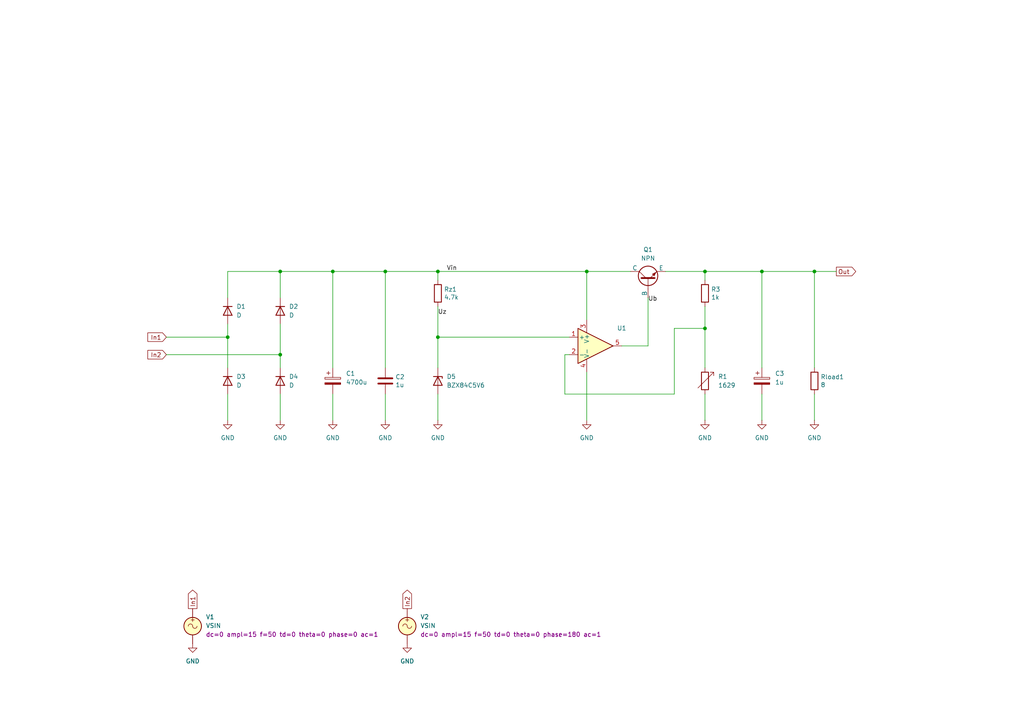
<source format=kicad_sch>
(kicad_sch (version 20250114) (generator "eeschema") (generator_version "9.0")
  (paper "A4")
  (title_block (title "Rectifier with 4 diodes, OPamp and NPN passtransistor") (date "2025-09-13") (company "GitHub/OJStuff"))
  (lib_symbols
    (symbol "Device:C" (pin_numbers (hide yes)) (pin_names (offset 0.254))
      (property "Reference" "C" (at 0.635 2.54 0))
      (property "Value" "C" (at 0.635 -2.54 0))
      (symbol "C_0_1"
        (polyline (pts (xy -2.032 0.762) (xy 2.032 0.762)) (stroke (width 0.508)))
        (polyline (pts (xy -2.032 -0.762) (xy 2.032 -0.762)) (stroke (width 0.508)))
      )
      (symbol "C_1_1"
        (pin passive line (at 0 3.81 270) (length 2.794) (name "~") (number "1"))
        (pin passive line (at 0 -3.81 90) (length 2.794) (name "~") (number "2"))
      )
    )
    (symbol "Device:C_Polarized" (pin_numbers (hide yes)) (pin_names (offset 0.254))
      (property "Reference" "C" (at 0.635 2.54 0))
      (property "Value" "C_Polarized" (at 0.635 -2.54 0))
      (symbol "C_Polarized_0_1"
        (rectangle (start -2.286 0.508) (end 2.286 1.016))
        (polyline (pts (xy -1.778 2.286) (xy -0.762 2.286)))
        (polyline (pts (xy -1.27 2.794) (xy -1.27 1.778)))
        (rectangle (start 2.286 -0.508) (end -2.286 -1.016) (fill (type outline)))
      )
      (symbol "C_Polarized_1_1"
        (pin passive line (at 0 3.81 270) (length 2.794) (name "~") (number "1"))
        (pin passive line (at 0 -3.81 90) (length 2.794) (name "~") (number "2"))
      )
    )
    (symbol "Device:D" (pin_numbers (hide yes)) (pin_names (offset 1.016) (hide yes))
      (property "Reference" "D" (at 0 2.54 0))
      (property "Value" "D" (at 0 -2.54 0))
      (symbol "D_0_1"
        (polyline (pts (xy -1.27 1.27) (xy -1.27 -1.27)) (stroke (width 0.254)))
        (polyline (pts (xy 1.27 1.27) (xy 1.27 -1.27) (xy -1.27 0) (xy 1.27 1.27)) (stroke (width 0.254)))
        (polyline (pts (xy 1.27 0) (xy -1.27 0)))
      )
      (symbol "D_1_1"
        (pin passive line (at -3.81 0 0) (length 2.54) (name "K") (number "1"))
        (pin passive line (at 3.81 0 180) (length 2.54) (name "A") (number "2"))
      )
    )
    (symbol "Device:D_Zener" (pin_numbers (hide yes)) (pin_names (offset 1.016) (hide yes))
      (property "Reference" "D" (at 0 2.54 0))
      (property "Value" "D_Zener" (at 0 -2.54 0))
      (symbol "D_Zener_0_1"
        (polyline (pts (xy -1.27 -1.27) (xy -1.27 1.27) (xy -0.762 1.27)) (stroke (width 0.254)))
        (polyline (pts (xy 1.27 0) (xy -1.27 0)))
        (polyline (pts (xy 1.27 -1.27) (xy 1.27 1.27) (xy -1.27 0) (xy 1.27 -1.27)) (stroke (width 0.254)))
      )
      (symbol "D_Zener_1_1"
        (pin passive line (at -3.81 0 0) (length 2.54) (name "K") (number "1"))
        (pin passive line (at 3.81 0 180) (length 2.54) (name "A") (number "2"))
      )
    )
    (symbol "Device:R" (pin_numbers (hide yes)) (pin_names (offset 0))
      (property "Reference" "R" (at 2.032 0 90))
      (property "Value" "R" (at 0 0 90))
      (symbol "R_0_1"
        (rectangle (start -1.016 -2.54) (end 1.016 2.54) (stroke (width 0.254)))
      )
      (symbol "R_1_1"
        (pin passive line (at 0 3.81 270) (length 1.27) (name "~") (number "1"))
        (pin passive line (at 0 -3.81 90) (length 1.27) (name "~") (number "2"))
      )
    )
    (symbol "Device:R_Variable" (pin_numbers (hide yes)) (pin_names (offset 0))
      (property "Reference" "R" (at 2.54 -2.54 90))
      (property "Value" "R_Variable" (at -2.54 -1.27 90))
      (symbol "R_Variable_0_1"
        (rectangle (start -1.016 -2.54) (end 1.016 2.54) (stroke (width 0.254)))
        (polyline (pts (xy 2.54 1.524) (xy 2.54 2.54) (xy 1.524 2.54) (xy 2.54 2.54) (xy -2.032 -2.032)))
      )
      (symbol "R_Variable_1_1"
        (pin passive line (at 0 3.81 270) (length 1.27) (name "~") (number "1"))
        (pin passive line (at 0 -3.81 90) (length 1.27) (name "~") (number "2"))
      )
    )
    (symbol "GND_1" (power) (pin_numbers (hide yes)) (pin_names (offset 0) (hide yes))
      (property "Value" "GND" (at 0 -3.81 0))
      (symbol "GND_1_0_1"
        (polyline (pts (xy 0 0) (xy 0 -1.27) (xy 1.27 -1.27) (xy 0 -2.54) (xy -1.27 -1.27) (xy 0 -1.27)))
      )
      (symbol "GND_1_1_1"
        (pin power_in line (at 0 0 270) (length 0) (name "~") (number "1"))
      )
    )
    (symbol "Simulation_SPICE:NPN" (pin_numbers (hide yes)) (pin_names (offset 0))
      (property "Reference" "Q" (at -2.54 7.62 0))
      (property "Value" "NPN" (at -2.54 5.08 0))
      (symbol "NPN_0_1"
        (polyline (pts (xy -2.54 0) (xy 0.635 0)) (stroke (width 0.1524)))
        (polyline (pts (xy 0.635 1.905) (xy 0.635 -1.905) (xy 0.635 -1.905)) (stroke (width 0.508)))
        (polyline (pts (xy 0.635 0.635) (xy 2.54 2.54)))
        (polyline (pts (xy 0.635 -0.635) (xy 2.54 -2.54) (xy 2.54 -2.54)))
        (circle (center 1.27 0) (radius 2.8194) (stroke (width 0.254)))
        (polyline (pts (xy 1.27 -1.778) (xy 1.778 -1.27) (xy 2.286 -2.286) (xy 1.27 -1.778) (xy 1.27 -1.778)) (fill (type outline)))
        (polyline (pts (xy 2.794 -1.27) (xy 2.794 -1.27)) (stroke (width 0.1524)))
        (polyline (pts (xy 2.794 -1.27) (xy 2.794 -1.27)) (stroke (width 0.1524)))
      )
      (symbol "NPN_1_1"
        (pin input line (at -5.08 0 0) (length 2.54) (name "B") (number "2"))
        (pin open_collector line (at 2.54 5.08 270) (length 2.54) (name "C") (number "1"))
        (pin open_emitter line (at 2.54 -5.08 90) (length 2.54) (name "E") (number "3"))
      )
    )
    (symbol "Simulation_SPICE:OPAMP" (pin_names (offset 0.254))
      (property "Reference" "U" (at 3.81 3.175 0))
      (property "Value" "${SIM.PARAMS}" (at 3.81 -3.175 0))
      (symbol "OPAMP_0_1"
        (polyline (pts (xy 5.08 0) (xy -5.08 5.08) (xy -5.08 -5.08) (xy 5.08 0)) (stroke (width 0.254)) (fill (type background)))
      )
      (symbol "OPAMP_1_1"
        (pin input line (at -7.62 2.54 0) (length 2.54) (name "+") (number "1"))
        (pin input line (at -7.62 -2.54 0) (length 2.54) (name "-") (number "2"))
        (pin power_in line (at -2.54 7.62 270) (length 3.81) (name "V+") (number "3"))
        (pin power_in line (at -2.54 -7.62 90) (length 3.81) (name "V-") (number "4"))
        (pin output line (at 7.62 0 180) (length 2.54) (name "~") (number "5"))
      )
    )
    (symbol "VSIN_1" (pin_numbers (hide yes)) (pin_names (offset 0.0254))
      (property "Reference" "V" (at 2.54 2.54 0))
      (property "Value" "VSIN" (at 2.54 0 0))
      (property "Sim.Params" "dc=0 ampl=1 f=1k ac=1" (at 2.54 -2.54 0))
      (symbol "VSIN_1_0_0"
        (arc (start -1.27 0) (mid -0.635 0.6323) (end 0 0))
        (arc (start 1.27 0) (mid 0.635 -0.6323) (end 0 0))
        (text "+" (at 0 1.905 0) (effects (font (size 1.27 1.27))))
      )
      (symbol "VSIN_1_0_1"
        (circle (center 0 0) (radius 2.54) (stroke (width 0.254)) (fill (type background)))
      )
      (symbol "VSIN_1_1_1"
        (pin passive line (at 0 5.08 270) (length 2.54) (name "~") (number "1"))
        (pin passive line (at 0 -5.08 90) (length 2.54) (name "~") (number "2"))
      )
    )
  )
  (junction (at 111.76 78.74))
  (junction (at 81.28 78.74))
  (junction (at 236.22 78.74))
  (junction (at 66.04 97.79))
  (junction (at 204.47 78.74))
  (junction (at 81.28 102.87))
  (junction (at 127 78.74))
  (junction (at 127 97.79))
  (junction (at 170.18 78.74))
  (junction (at 220.98 78.74))
  (junction (at 204.47 95.25))
  (junction (at 96.52 78.74))
  (wire (pts (xy 66.04 114.3) (xy 66.04 121.92)))
  (wire (pts (xy 96.52 114.3) (xy 96.52 121.92)))
  (wire (pts (xy 127 97.79) (xy 127 106.68)))
  (wire (pts (xy 220.98 78.74) (xy 220.98 106.68)))
  (wire (pts (xy 66.04 78.74) (xy 81.28 78.74)))
  (wire (pts (xy 127 114.3) (xy 127 121.92)))
  (wire (pts (xy 236.22 78.74) (xy 242.57 78.74)))
  (wire (pts (xy 163.83 102.87) (xy 165.1 102.87)))
  (wire (pts (xy 81.28 93.98) (xy 81.28 102.87)))
  (wire (pts (xy 187.96 86.36) (xy 187.96 100.33)))
  (wire (pts (xy 204.47 95.25) (xy 204.47 106.68)))
  (wire (pts (xy 193.04 78.74) (xy 204.47 78.74)))
  (wire (pts (xy 163.83 102.87) (xy 163.83 114.3)))
  (wire (pts (xy 96.52 78.74) (xy 96.52 106.68)))
  (wire (pts (xy 204.47 114.3) (xy 204.47 121.92)))
  (wire (pts (xy 81.28 106.68) (xy 81.28 102.87)))
  (wire (pts (xy 127 78.74) (xy 127 81.28)))
  (wire (pts (xy 127 97.79) (xy 165.1 97.79)))
  (wire (pts (xy 48.26 102.87) (xy 81.28 102.87)))
  (wire (pts (xy 111.76 114.3) (xy 111.76 121.92)))
  (wire (pts (xy 81.28 114.3) (xy 81.28 121.92)))
  (wire (pts (xy 170.18 78.74) (xy 182.88 78.74)))
  (wire (pts (xy 48.26 97.79) (xy 66.04 97.79)))
  (wire (pts (xy 163.83 114.3) (xy 195.58 114.3)))
  (wire (pts (xy 81.28 78.74) (xy 96.52 78.74)))
  (wire (pts (xy 195.58 95.25) (xy 204.47 95.25)))
  (wire (pts (xy 187.96 100.33) (xy 180.34 100.33)))
  (wire (pts (xy 111.76 78.74) (xy 127 78.74)))
  (wire (pts (xy 204.47 78.74) (xy 204.47 81.28)))
  (wire (pts (xy 127 88.9) (xy 127 97.79)))
  (wire (pts (xy 195.58 114.3) (xy 195.58 95.25)))
  (wire (pts (xy 220.98 114.3) (xy 220.98 121.92)))
  (wire (pts (xy 204.47 78.74) (xy 220.98 78.74)))
  (wire (pts (xy 96.52 78.74) (xy 111.76 78.74)))
  (wire (pts (xy 170.18 107.95) (xy 170.18 121.92)))
  (wire (pts (xy 236.22 114.3) (xy 236.22 121.92)))
  (wire (pts (xy 66.04 97.79) (xy 66.04 106.68)))
  (wire (pts (xy 170.18 78.74) (xy 170.18 92.71)))
  (wire (pts (xy 111.76 78.74) (xy 111.76 106.68)))
  (wire (pts (xy 66.04 93.98) (xy 66.04 97.79)))
  (wire (pts (xy 66.04 86.36) (xy 66.04 78.74)))
  (wire (pts (xy 220.98 78.74) (xy 236.22 78.74)))
  (wire (pts (xy 236.22 106.68) (xy 236.22 78.74)))
  (wire (pts (xy 127 78.74) (xy 170.18 78.74)))
  (wire (pts (xy 204.47 88.9) (xy 204.47 95.25)))
  (wire (pts (xy 81.28 86.36) (xy 81.28 78.74)))
  (label "Ub" (at 187.96 87.63 0))
  (label "Uz" (at 127 91.44 0))
  (label "Vin" (at 129.54 78.74 0))
  (global_label "In1" (shape output) (at 55.88 176.53 90) (property "Intersheetrefs" "${INTERSHEET_REFS}" (effects (hide yes))))
  (global_label "Out" (shape output) (at 242.57 78.74 0) (property "Intersheetrefs" "${INTERSHEET_REFS}" (effects (hide yes))))
  (global_label "In1" (shape input) (at 48.26 97.79 180) (property "Intersheetrefs" "${INTERSHEET_REFS}" (effects (hide yes))))
  (global_label "In2" (shape input) (at 48.26 102.87 180) (property "Intersheetrefs" "${INTERSHEET_REFS}" (effects (hide yes))))
  (global_label "In2" (shape output) (at 118.11 176.53 90) (property "Intersheetrefs" "${INTERSHEET_REFS}" (effects (hide yes))))
  (symbol (lib_name "GND_1") (lib_id "power:GND") (at 66.04 121.92 0) (unit 1)
    (property "Reference" "#PWR01" (effects (hide yes)))
    (property "Value" "GND" (at 66.04 127 0))
    (property "Description" "Power symbol creates a global label with name \"GND\" , ground" (effects (hide yes)))
  )
  (symbol (lib_name "GND_1") (lib_id "power:GND") (at 236.22 121.92 0) (unit 1)
    (property "Reference" "#PWR012" (effects (hide yes)))
    (property "Value" "GND" (at 236.22 127 0))
    (property "Description" "Power symbol creates a global label with name \"GND\" , ground" (effects (hide yes)))
  )
  (symbol (lib_id "Simulation_SPICE:OPAMP") (at 172.72 100.33 0) (unit 1)
    (property "Reference" "U1" (at 180.34 95.1798 0))
    (property "Value" "${SIM.PARAMS}" (at 180.34 97.0849 0))
    (property "Datasheet" "https://ngspice.sourceforge.io/docs/ngspice-html-manual/manual.xhtml#sec__SUBCKT_Subcircuits" (effects (hide yes)))
    (property "Description" "Operational amplifier, single" (effects (hide yes)))
    (property "Sim.Pins" "1=in+ 2=in- 3=vcc 4=vee 5=out" (effects (hide yes)))
    (property "Sim.Device" "SUBCKT" (effects (hide yes)))
    (property "Sim.Library" "${KICAD9_SYMBOL_DIR}/Simulation_SPICE.sp" (effects (hide yes)))
    (property "Sim.Name" "kicad_builtin_opamp" (effects (hide yes)))
  )
  (symbol (lib_name "GND_1") (lib_id "power:GND") (at 204.47 121.92 0) (unit 1)
    (property "Reference" "#PWR010" (effects (hide yes)))
    (property "Value" "GND" (at 204.47 127 0))
    (property "Description" "Power symbol creates a global label with name \"GND\" , ground" (effects (hide yes)))
  )
  (symbol (lib_id "Device:D") (at 81.28 110.49 270) (unit 1)
    (property "Reference" "D4" (at 83.82 109.2199 90) (effects (justify left)))
    (property "Value" "D" (at 83.82 111.7599 90) (effects (justify left)))
    (property "Description" "Diode" (effects (hide yes)))
    (property "Sim.Device" "D" (effects (hide yes)))
    (property "Sim.Pins" "1=K 2=A" (effects (hide yes)))
  )
  (symbol (lib_id "Device:R") (at 127 85.09 0) (unit 1)
    (property "Reference" "Rz1" (at 128.778 83.9216 0) (effects (justify left)))
    (property "Value" "4.7k" (at 128.778 86.233 0) (effects (justify left)))
    (property "Footprint" "Resistor_THT:R_Axial_DIN0309_L9.0mm_D3.2mm_P12.70mm_Horizontal" (effects (hide yes)))
  )
  (symbol (lib_name "GND_1") (lib_id "power:GND") (at 111.76 121.92 0) (unit 1)
    (property "Reference" "#PWR05" (effects (hide yes)))
    (property "Value" "GND" (at 111.76 127 0))
    (property "Description" "Power symbol creates a global label with name \"GND\" , ground" (effects (hide yes)))
  )
  (symbol (lib_id "Device:C_Polarized") (at 220.98 110.49 0) (unit 1)
    (property "Reference" "C3" (at 224.79 108.3309 0) (effects (justify left)))
    (property "Value" "1u" (at 224.79 110.8709 0) (effects (justify left)))
    (property "Footprint" "Capacitor_THT:CP_Radial_D16.0mm_P7.50mm" (effects (hide yes)))
  )
  (symbol (lib_id "Simulation_SPICE:NPN") (at 187.96 81.28 90) (unit 1)
    (property "Reference" "Q1" (at 187.96 72.39 90))
    (property "Value" "NPN" (at 187.96 74.93 90))
    (property "Datasheet" "https://ngspice.sourceforge.io/docs/ngspice-html-manual/manual.xhtml#cha_BJTs" (effects (hide yes)))
    (property "Description" "Bipolar transistor symbol for simulation only, substrate tied to the emitter" (effects (hide yes)))
    (property "Sim.Device" "NPN" (effects (hide yes)))
    (property "Sim.Type" "GUMMELPOON" (effects (hide yes)))
    (property "Sim.Pins" "1=C 2=B 3=E" (effects (hide yes)))
  )
  (symbol (lib_name "GND_1") (lib_id "power:GND") (at 118.11 186.69 0) (unit 1)
    (property "Reference" "#PWR02" (effects (hide yes)))
    (property "Value" "GND" (at 118.11 191.77 0))
    (property "Description" "Power symbol creates a global label with name \"GND\" , ground" (effects (hide yes)))
  )
  (symbol (lib_id "Device:C_Polarized") (at 96.52 110.49 0) (unit 1)
    (property "Reference" "C1" (at 100.33 108.3309 0) (effects (justify left)))
    (property "Value" "4700u" (at 100.33 110.8709 0) (effects (justify left)))
    (property "Footprint" "Capacitor_THT:CP_Radial_D16.0mm_P7.50mm" (effects (hide yes)))
  )
  (symbol (lib_name "GND_1") (lib_id "power:GND") (at 96.52 121.92 0) (unit 1)
    (property "Reference" "#PWR04" (effects (hide yes)))
    (property "Value" "GND" (at 96.52 127 0))
    (property "Description" "Power symbol creates a global label with name \"GND\" , ground" (effects (hide yes)))
  )
  (symbol (lib_id "Device:R") (at 236.22 110.49 0) (unit 1)
    (property "Reference" "Rload1" (at 237.998 109.3216 0) (effects (justify left)))
    (property "Value" "8" (at 237.998 111.633 0) (effects (justify left)))
    (property "Footprint" "Resistor_THT:R_Axial_DIN0309_L9.0mm_D3.2mm_P12.70mm_Horizontal" (effects (hide yes)))
  )
  (symbol (lib_id "Device:R_Variable") (at 204.47 110.49 0) (unit 1)
    (property "Reference" "R1" (at 208.28 109.2199 0) (effects (justify left)))
    (property "Value" "1629" (at 208.28 111.7599 0) (effects (justify left)))
    (property "Description" "Variable resistor" (effects (hide yes)))
  )
  (symbol (lib_name "GND_1") (lib_id "power:GND") (at 220.98 121.92 0) (unit 1)
    (property "Reference" "#PWR011" (effects (hide yes)))
    (property "Value" "GND" (at 220.98 127 0))
    (property "Description" "Power symbol creates a global label with name \"GND\" , ground" (effects (hide yes)))
  )
  (symbol (lib_id "Device:D") (at 81.28 90.17 270) (unit 1)
    (property "Reference" "D2" (at 83.82 88.8999 90) (effects (justify left)))
    (property "Value" "D" (at 83.82 91.4399 90) (effects (justify left)))
    (property "Description" "Diode" (effects (hide yes)))
    (property "Sim.Device" "D" (effects (hide yes)))
    (property "Sim.Pins" "1=K 2=A" (effects (hide yes)))
  )
  (symbol (lib_name "GND_1") (lib_id "power:GND") (at 81.28 121.92 0) (unit 1)
    (property "Reference" "#PWR03" (effects (hide yes)))
    (property "Value" "GND" (at 81.28 127 0))
    (property "Description" "Power symbol creates a global label with name \"GND\" , ground" (effects (hide yes)))
  )
  (symbol (lib_name "GND_1") (lib_id "power:GND") (at 127 121.92 0) (unit 1)
    (property "Reference" "#PWR07" (effects (hide yes)))
    (property "Value" "GND" (at 127 127 0))
    (property "Description" "Power symbol creates a global label with name \"GND\" , ground" (effects (hide yes)))
  )
  (symbol (lib_id "Device:D") (at 66.04 90.17 270) (unit 1)
    (property "Reference" "D1" (at 68.58 88.8999 90) (effects (justify left)))
    (property "Value" "D" (at 68.58 91.4399 90) (effects (justify left)))
    (property "Description" "Diode" (effects (hide yes)))
    (property "Sim.Device" "D" (effects (hide yes)))
    (property "Sim.Pins" "1=K 2=A" (effects (hide yes)))
  )
  (symbol (lib_name "VSIN_1") (lib_id "Simulation_SPICE:VSIN") (at 55.88 181.61 0) (unit 1)
    (property "Reference" "V1" (at 59.69 178.9401 0) (effects (justify left)))
    (property "Value" "VSIN" (at 59.69 181.4801 0) (effects (justify left)))
    (property "Datasheet" "https://ngspice.sourceforge.io/docs/ngspice-html-manual/manual.xhtml#sec_Independent_Sources_for" (effects (hide yes)))
    (property "Description" "Voltage source, sinusoidal" (effects (hide yes)))
    (property "Sim.Pins" "1=+ 2=-" (effects (hide yes)))
    (property "Sim.Params" "dc=0 ampl=15 f=50 td=0 theta=0 phase=0 ac=1" (at 59.69 184.0201 0) (effects (justify left)))
    (property "Sim.Type" "SIN" (effects (hide yes)))
    (property "Sim.Device" "V" (effects (hide yes)))
  )
  (symbol (lib_id "Device:D_Zener") (at 127 110.49 270) (unit 1)
    (property "Reference" "D5" (at 129.54 109.2199 90) (effects (justify left)))
    (property "Value" "BZX84C5V6" (at 129.54 111.7599 90) (effects (justify left)))
    (property "Sim.Library" "BZX84C5V6.LIB" (effects (hide yes)))
    (property "Sim.Name" "BZX84C5V6" (effects (hide yes)))
    (property "Sim.Pins" "1=1 2=2" (effects (hide yes)))
    (property "Sim.Device" "SUBCKT" (effects (hide yes)))
  )
  (symbol (lib_name "GND_1") (lib_id "power:GND") (at 170.18 121.92 0) (unit 1)
    (property "Reference" "#PWR09" (effects (hide yes)))
    (property "Value" "GND" (at 170.18 127 0))
    (property "Description" "Power symbol creates a global label with name \"GND\" , ground" (effects (hide yes)))
  )
  (symbol (lib_id "Device:D") (at 66.04 110.49 270) (unit 1)
    (property "Reference" "D3" (at 68.58 109.2199 90) (effects (justify left)))
    (property "Value" "D" (at 68.58 111.7599 90) (effects (justify left)))
    (property "Description" "Diode" (effects (hide yes)))
    (property "Sim.Device" "D" (effects (hide yes)))
    (property "Sim.Pins" "1=K 2=A" (effects (hide yes)))
  )
  (symbol (lib_name "VSIN_1") (lib_id "Simulation_SPICE:VSIN") (at 118.11 181.61 0) (unit 1)
    (property "Reference" "V2" (at 121.92 178.9401 0) (effects (justify left)))
    (property "Value" "VSIN" (at 121.92 181.4801 0) (effects (justify left)))
    (property "Datasheet" "https://ngspice.sourceforge.io/docs/ngspice-html-manual/manual.xhtml#sec_Independent_Sources_for" (effects (hide yes)))
    (property "Description" "Voltage source, sinusoidal" (effects (hide yes)))
    (property "Sim.Pins" "1=+ 2=-" (effects (hide yes)))
    (property "Sim.Params" "dc=0 ampl=15 f=50 td=0 theta=0 phase=180 ac=1" (at 121.92 184.0201 0) (effects (justify left)))
    (property "Sim.Type" "SIN" (effects (hide yes)))
    (property "Sim.Device" "V" (effects (hide yes)))
  )
  (symbol (lib_id "Device:C") (at 111.76 110.49 0) (unit 1)
    (property "Reference" "C2" (at 114.681 109.3216 0) (effects (justify left)))
    (property "Value" "1u" (at 114.681 111.633 0) (effects (justify left)))
    (property "Footprint" "Capacitor_THT:C_Disc_D3.0mm_W1.6mm_P2.50mm" (effects (hide yes)))
  )
  (symbol (lib_id "Device:R") (at 204.47 85.09 0) (unit 1)
    (property "Reference" "R3" (at 206.248 83.9216 0) (effects (justify left)))
    (property "Value" "1k" (at 206.248 86.233 0) (effects (justify left)))
    (property "Footprint" "Resistor_THT:R_Axial_DIN0309_L9.0mm_D3.2mm_P12.70mm_Horizontal" (effects (hide yes)))
  )
  (symbol (lib_name "GND_1") (lib_id "power:GND") (at 55.88 186.69 0) (unit 1)
    (property "Reference" "#PWR06" (effects (hide yes)))
    (property "Value" "GND" (at 55.88 191.77 0))
    (property "Description" "Power symbol creates a global label with name \"GND\" , ground" (effects (hide yes)))
  )
)
</source>
